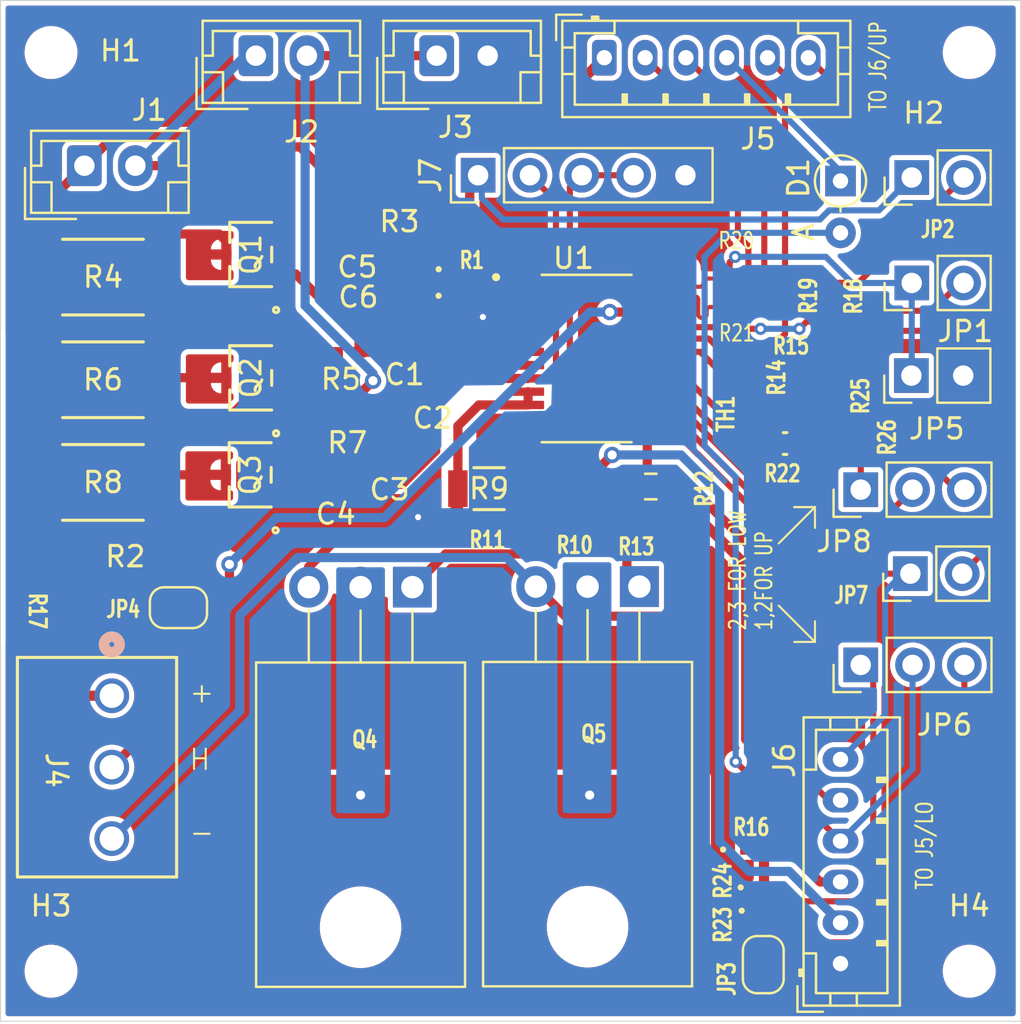
<source format=kicad_pcb>
(kicad_pcb (version 20240108) (generator "pcbnew") (generator_version "8.0")
  (layers (0 "F.Cu" signal) (31 "B.Cu" signal) (34 "B.Paste" user) (35 "F.Paste" user) (36 "B.SilkS" user "B.Silkscreen") (37 "F.SilkS" user "F.Silkscreen") (38 "B.Mask" user) (39 "F.Mask" user) (44 "Edge.Cuts" user))
  (net 0 "")
  (net 1 "Net-(U1-VC3)")
  (net 2 "Net-(Q1-G)")
  (net 3 "Net-(Q2-G)")
  (net 4 "GND")
  (net 5 "Net-(Q3-G)")
  (net 6 "Net-(U1-AVDD)")
  (net 7 "/LDL")
  (net 8 "Net-(D1-A)")
  (net 9 "Net-(J1-Pin_2)")
  (net 10 "Net-(J2-Pin_2)")
  (net 11 "/CBO")
  (net 12 "/CHGU")
  (net 13 "/DSGU")
  (net 14 "/ULD")
  (net 15 "/LPWR")
  (net 16 "/VBAT")
  (net 17 "/CTRD2")
  (net 18 "/CTRC2")
  (net 19 "Net-(JP2-B)")
  (net 20 "Net-(JP6-B)")
  (net 21 "/CBI")
  (net 22 "Net-(JP7-B)")
  (net 23 "Net-(J4-Pin_2)")
  (net 24 "/PRES2")
  (net 25 "Net-(Q1-D)")
  (net 26 "Net-(Q2-D)")
  (net 27 "Net-(Q3-D)")
  (net 28 "Net-(U1-VTB)")
  (net 29 "Net-(U1-CBO)")
  (net 30 "Net-(J5-Pad2)")
  (net 31 "Net-(J5-Pad5)")
  (net 32 "Net-(JP8-A)")
  (net 33 "/OCDP")
  (net 34 "Net-(JP8-B)")
  (net 35 "pack+")
  (net 36 "pack-")
  (net 37 "Net-(Q4-G)")
  (net 38 "Net-(Q4-D)")
  (net 39 "Net-(J5-Pad3)")
  (net 40 "/SNSSIG")
  (net 41 "/TMP")
  (net 42 "Net-(JP4-A)")
  (net 43 "Net-(JP6-A)")
  (net 44 "Net-(Q5-G)")
  (footprint "cinenew:CAP_CL05_SAM" (layer "F.Cu") (at 143.9478 99.6782 -90)
    (property "Reference" "C4")
    (property "Value" "0.1µF")
  )
  (footprint "Connector_PinHeader_2.54mm:PinHeader_1x02_P2.54mm_Vertical" (layer "F.Cu") (at 172.1274 85.2002 90)
    (property "Reference" "JP2")
    (property "Value" "Jumper_2_Open")
  )
  (footprint "rocdlo:RC0603N_YAG" (layer "F.Cu") (at 165.9188 98.2304)
    (property "Reference" "R22")
    (property "Value" "Rocdlo")
  )
  (footprint "Connector_PinHeader_2.54mm:PinHeader_1x05_P2.54mm_Vertical" (layer "F.Cu") (at 150.876 85.09 90)
    (property "Reference" "J7")
    (property "Value" "Conn_01x05_Pin")
  )
  (footprint "Connector_JST:JST_PH_B6B-PH-K_1x06_P2.00mm_Vertical" (layer "F.Cu") (at 157.0618 79.3328)
    (property "Reference" "J5")
    (property "Value" "Conn_01x06")
  )
  (footprint "Connector_JST:JST_EH_B2B-EH-A_1x02_P2.50mm_Vertical" (layer "F.Cu") (at 139.9854 79.2328)
    (property "Reference" "J2")
    (property "Value" "Conn_01x02")
  )
  (footprint "rchgnew:RES_ERJP06J102V" (layer "F.Cu") (at 159.3402 100.3386 180)
    (property "Reference" "R12")
    (property "Value" "RCHG")
  )
  (footprint "rinervdd:RC0402N_YAG" (layer "F.Cu") (at 135.769 103.7422)
    (property "Reference" "R2")
    (property "Value" "RINE")
  )
  (footprint "Connector_JST:JST_EH_B2B-EH-A_1x02_P2.50mm_Vertical" (layer "F.Cu") (at 148.8446 79.2328)
    (property "Reference" "J3")
    (property "Value" "Conn_01x02")
  )
  (footprint "rcbneww:RES_RMCF2512_STP" (layer "F.Cu") (at 132.4924 95.107315)
    (property "Reference" "R6")
    (property "Value" "RCB")
  )
  (footprint "external fet:SOT-23F_TOS" (layer "F.Cu") (at 139.706 99.764601 90)
    (property "Reference" "Q3")
    (property "Value" "SSM3K344R")
  )
  (footprint "rcb10k:RC0402N_YAG" (layer "F.Cu") (at 168.656 93.472)
    (property "Reference" "R15")
    (property "Value" "rcb 10k")
  )
  (footprint "ctrdctrcnew:RESC1005X40N" (layer "F.Cu") (at 163.6382 90.1492)
    (property "Reference" "R20")
    (property "Value" "RCTRD")
  )
  (footprint "MountingHole:MountingHole_2.1mm" (layer "F.Cu") (at 174.9464 79.079)
    (property "Reference" "H2")
    (property "Value" "MountingHole")
  )
  (footprint "cinenew:CAP_CL05_SAM" (layer "F.Cu") (at 147.1482 96.8842 -90)
    (property "Reference" "C2")
    (property "Value" "0.1µF")
  )
  (footprint "rdsgnew:RC0805N_PAN" (layer "F.Cu") (at 155.531 100.8734 90)
    (property "Reference" "R10")
    (property "Value" "RDSG")
  )
  (footprint "Package_TO_SOT_THT:TO-220-3_Horizontal_TabDown" (layer "F.Cu") (at 158.7814 105.2408 180)
    (property "Reference" "Q5")
    (property "Value" "IRF740")
  )
  (footprint "MountingHole:MountingHole_2.1mm" (layer "F.Cu") (at 129.9464 79.079)
    (property "Reference" "H1")
    (property "Value" "MountingHole")
  )
  (footprint "cinenew:CAP_CL05_SAM" (layer "F.Cu") (at 147.1482 93.2012 -90)
    (property "Reference" "C1")
    (property "Value" "0.1µF")
  )
  (footprint "rld,r2:RES_CRGCQ0402J10M_TEC-L" (layer "F.Cu") (at 165.2838 119.9728)
    (property "Reference" "R24")
    (property "Value" "R2")
  )
  (footprint "Connector_PinHeader_2.54mm:PinHeader_1x03_P2.54mm_Vertical" (layer "F.Cu") (at 169.6274 109.0762 90)
    (property "Reference" "JP6")
    (property "Value" "Jumper_3_Open")
  )
  (footprint "rtspu,rhib:RC0402N_YAG" (layer "F.Cu") (at 165.9188 90.966 90)
    (property "Reference" "R19")
    (property "Value" "RHIB")
  )
  (footprint "cvdd35v:CAP_1005_TDK" (layer "F.Cu") (at 147.2274 89.6922 180)
    (property "Reference" "C5")
    (property "Value" "1µF")
  )
  (footprint "rinervdd:RC0402N_YAG" (layer "F.Cu") (at 149.3594 89.5182 -90)
    (property "Reference" "R1")
    (property "Value" "RVDD")
  )
  (footprint "MountingHole:MountingHole_2.1mm" (layer "F.Cu") (at 174.9464 124.079)
    (property "Reference" "H4")
    (property "Value" "MountingHole")
  )
  (footprint "rinervdd:RC0402N_YAG" (layer "F.Cu") (at 144.4812 93.76)
    (property "Reference" "R5")
    (property "Value" "RINE")
  )
  (footprint "rld,r2:RES_CRGCQ0402J10M_TEC-L" (layer "F.Cu") (at 165.3346 121.1158)
    (property "Reference" "R23")
    (property "Value" "RLD")
  )
  (footprint "rld,r2:RES_CRGCQ0402J10M_TEC-L" (layer "F.Cu") (at 164.4202 118.1186)
    (property "Reference" "R16")
    (property "Value" "RLD")
  )
  (footprint "rocd:RESC1005X35N" (layer "F.Cu") (at 169.1954 97.9256 180)
    (property "Reference" "R26")
    (property "Value" "ROCD")
  )
  (footprint "cvdd35v:CAP_1005_TDK" (layer "F.Cu") (at 147.2244 90.9914 180)
    (property "Reference" "C6")
    (property "Value" "1µF")
  )
  (footprint "screw terminal01x03:Screw_Terminal_01x03" (layer "F.Cu") (at 132.9242 110.585199 -90)
    (property "Reference" "J4")
    (property "Value" "Screw_Terminal_01x03")
  )
  (footprint "rinervdd:RC0402N_YAG" (layer "F.Cu") (at 144.4662 96.6922 180)
    (property "Reference" "R7")
    (property "Value" "RINE")
  )
  (footprint "Jumper:SolderJumper-2_P1.3mm_Open_RoundedPad1.0x1.5mm" (layer "F.Cu") (at 136.1904 106.2718)
    (property "Reference" "JP4")
    (property "Value" "SolderJumper_2_Open")
  )
  (footprint "rcb10k:RC0402N_YAG" (layer "F.Cu") (at 168.281 95.6056 90)
    (property "Reference" "R25")
    (property "Value" "rcb 10k")
  )
  (footprint "rtspu,rhib:RC0402N_YAG" (layer "F.Cu") (at 131.1612 106.2314)
    (property "Reference" "R17")
    (property "Value" "RHIB")
  )
  (footprint "Connector_PinHeader_2.54mm:PinHeader_1x02_P2.54mm_Vertical" (layer "F.Cu") (at 172.1274 90.36655 90)
    (property "Reference" "JP1")
    (property "Value" "Jumper_2_Open")
  )
  (footprint "Connector_PinHeader_2.54mm:PinHeader_1x03_P2.54mm_Vertical" (layer "F.Cu") (at 169.6274 100.491 90)
    (property "Reference" "JP8")
    (property "Value" "Jumper_3_Open")
  )
  (footprint "rinervdd:RC0402N_YAG" (layer "F.Cu") (at 144.8162 87.2422 180)
    (property "Reference" "R3")
    (property "Value" "RINE")
  )
  (footprint "Connector_JST:JST_PH_B6B-PH-K_1x06_P2.00mm_Vertical" (layer "F.Cu") (at 168.6366 123.7056 90)
    (property "Reference" "J6")
    (property "Value" "Conn_01x06")
  )
  (footprint "rgsnew:RESC1005X40N" (layer "F.Cu") (at 158.6036 101.9896)
    (property "Reference" "R13")
    (property "Value" "RGS")
  )
  (footprint "rcbneww:RES_RMCF2512_STP" (layer "F.Cu") (at 132.4924 90.079231)
    (property "Reference" "R4")
    (property "Value" "RCB")
  )
  (footprint "Diode_THT:D_DO-34_SOD68_P2.54mm_Vertical_AnodeUp" (layer "F.Cu") (at 168.6366 85.37093 -90)
    (property "Reference" "D1")
    (property "Value" "1N4007")
  )
  (footprint "rgsnew:RESC1005X40N" (layer "F.Cu") (at 153.3966 102.8278 180)
    (property "Reference" "R11")
    (property "Value" "RGS")
  )
  (footprint "rsns:RES_1632_SUS" (layer "F.Cu") (at 151.4136 100.4416)
    (property "Reference" "R9")
    (property "Value" "Rsns")
  )
  (footprint "cinenew:CAP_CL05_SAM" (layer "F.Cu") (at 146.5894 99.0432 180)
    (property "Reference" "C3")
    (property "Value" "0.1µF")
  )
  (footprint "Connector_PinHeader_2.54mm:PinHeader_1x02_P2.54mm_Vertical" (layer "F.Cu") (at 172.0606 104.6058 90)
    (property "Reference" "JP7")
    (property "Value" "Jumper_2_Open")
  )
  (footprint "Package_TO_SOT_THT:TO-220-3_Horizontal_TabDown" (layer "F.Cu") (at 147.6562 105.2662 180)
    (property "Reference" "Q4")
    (property "Value" "IRF740")
  )
  (footprint "external fet:SOT-23F_TOS" (layer "F.Cu") (at 139.7314 88.9721 90)
    (property "Reference" "Q1")
    (property "Value" "SSM3K344R")
  )
  (footprint "rtspu,rhib:RC0402N_YAG" (layer "F.Cu") (at 163.576 94.996)
    (property "Reference" "R14")
    (property "Value" "RTS_PU")
  )
  (footprint "MountingHole:MountingHole_2.1mm" (layer "F.Cu") (at 129.9464 124.079)
    (property "Reference" "H3")
    (property "Value" "MountingHole")
  )
  (footprint "rcbneww:RES_RMCF2512_STP" (layer "F.Cu") (at 132.4924 100.1354)
    (property "Reference" "R8")
    (property "Value" "RCB")
  )
  (footprint "BQ7791502PWnew:SOP65P640X120-24N" (layer "F.Cu") (at 156.1962 94.0672)
    (property "Reference" "U1")
    (property "Value" "BQ77915")
  )
  (footprint "ctrdctrcnew:RESC1005X40N" (layer "F.Cu") (at 163.6382 91.5462)
    (property "Reference" "R21")
    (property "Value" "RCTRC")
  )
  (footprint "Connector_JST:JST_EH_B2B-EH-A_1x02_P2.50mm_Vertical" (layer "F.Cu") (at 131.5804 84.6208)
    (property "Reference" "J1")
    (property "Value" "Conn_01x02")
  )
  (footprint "thermistornew:THERM_NTCG103JF103FT1" (layer "F.Cu") (at 164.5412 96.774)
    (property "Reference" "TH1")
    (property "Value" "Thermistor")
  )
  (footprint "external fet:SOT-23F_TOS" (layer "F.Cu") (at 139.7314 95.014801 90)
    (property "Reference" "Q2")
    (property "Value" "SSM3K344R")
  )
  (footprint "rtspu,rhib:RC0402N_YAG" (layer "F.Cu") (at 168.0524 90.9152 -90)
    (property "Reference" "R18")
    (property "Value" "RHIB")
  )
  (footprint "Connector_PinHeader_2.54mm:PinHeader_1x02_P2.54mm_Vertical" (layer "F.Cu") (at 172.1114 94.903 90)
    (property "Reference" "JP5")
    (property "Value" "Jumper_2_Open")
  )
  (footprint "Jumper:SolderJumper-2_P1.3mm_Open_RoundedPad1.0x1.5mm" (layer "F.Cu") (at 164.852 123.7574 90)
    (property "Reference" "JP3")
    (property "Value" "SolderJumper_2_Open" (hide yes))
  )
  (gr_line (start 165.608 106.172) (end 167.386 107.95) (stroke (width 0.1)) (layer "F.SilkS"))
  (gr_line (start 166.37 101.346) (end 167.386 101.346) (stroke (width 0.1)) (layer "F.SilkS"))
  (gr_line (start 167.386 101.346) (end 166.37 101.346) (stroke (width 0.1)) (layer "F.SilkS"))
  (gr_line (start 167.386 107.95) (end 167.386 106.934) (stroke (width 0.1)) (layer "F.SilkS"))
  (gr_line (start 167.386 102.362) (end 167.386 101.346) (stroke (width 0.1)) (layer "F.SilkS"))
  (gr_line (start 165.608 103.124) (end 167.386 101.346) (stroke (width 0.1)) (layer "F.SilkS"))
  (gr_line (start 166.37 107.95) (end 167.386 107.95) (stroke (width 0.1)) (layer "F.SilkS"))
  (gr_rect (start 127.4698 76.5302) (end 177.4698 126.5302) (stroke (width 0.05)) (fill none) (layer "Edge.Cuts"))
  (gr_text "TO J6/UP\n" (at 170.942 82.042 90) (layer "F.SilkS") (effects (font (size 0.8 0.6) (thickness 0.1)) (justify left bottom)))
  (gr_text "2,3 FOR LOW\n1,2FOR UP\n" (at 165.354 107.442 90) (layer "F.SilkS") (effects (font (size 0.8 0.6) (thickness 0.1)) (justify left bottom)))
  (gr_text "+" (at 136.652 110.998 0) (layer "F.SilkS") (effects (font (size 1 1) (thickness 0.1)) (justify left bottom)))
  (gr_text "H\n" (at 136.652 114.3 0) (layer "F.SilkS") (effects (font (size 1 1) (thickness 0.1)) (justify left bottom)))
  (gr_text "TO J5/LO\n" (at 173.228 120.142 90) (layer "F.SilkS") (effects (font (size 0.8 0.6) (thickness 0.1)) (justify left bottom)))
  (gr_text "-" (at 136.652 117.856 0) (layer "F.SilkS") (effects (font (size 1 1) (thickness 0.1)) (justify left bottom)))
  (segment (start 144.2526 91.3216) (end 144.2526 90.077) (width 0.45) (layer "F.Cu") (net 1))
  (segment (start 144.2574 90.0722) (end 144.2574 87.2422) (width 0.45) (layer "F.Cu") (net 1))
  (segment (start 144.2526 90.077) (end 144.2574 90.0722) (width 0.45) (layer "F.Cu") (net 1))
  (segment (start 149.5792 93.0922) (end 153.3262 93.0922) (width 0.45) (layer "F.Cu") (net 1))
  (segment (start 147.1482 92.6484) (end 149.1354 92.6484) (width 0.45) (layer "F.Cu") (net 1))
  (segment (start 153.3262 91.7922) (end 153.3262 93.0922) (width 0.45) (layer "F.Cu") (net 1))
  (segment (start 147.1482 92.6484) (end 145.5794 92.6484) (width 0.45) (layer "F.Cu") (net 1))
  (segment (start 149.1354 92.6484) (end 149.5792 93.0922) (width 0.45) (layer "F.Cu") (net 1))
  (segment (start 145.5794 92.6484) (end 144.2526 91.3216) (width 0.45) (layer "F.Cu") (net 1))
  (segment (start 141.933862 89.922101) (end 140.9252 89.922101) (width 0.45) (layer "F.Cu") (net 2))
  (segment (start 145.04 93.76) (end 147.1422 93.76) (width 0.45) (layer "F.Cu") (net 2))
  (segment (start 145.04 93.028239) (end 141.933862 89.922101) (width 0.45) (layer "F.Cu") (net 2))
  (segment (start 145.04 93.76) (end 145.04 93.028239) (width 0.45) (layer "F.Cu") (net 2))
  (segment (start 147.16 93.7422) (end 153.3262 93.7422) (width 0.45) (layer "F.Cu") (net 2))
  (segment (start 147.1482 93.754) (end 147.1482 96.3314) (width 0.45) (layer "F.Cu") (net 2))
  (segment (start 147.1482 93.754) (end 147.16 93.7422) (width 0.45) (layer "F.Cu") (net 2))
  (segment (start 147.1422 93.76) (end 147.1482 93.754) (width 0.45) (layer "F.Cu") (net 2))
  (segment (start 148.088 95.8936) (end 148.088 97.0112) (width 0.45) (layer "F.Cu") (net 3))
  (segment (start 149.5894 94.3922) (end 148.088 95.8936) (width 0.45) (layer "F.Cu") (net 3))
  (segment (start 142.2572 96.6922) (end 143.9074 96.6922) (width 0.5) (layer "F.Cu") (net 3))
  (segment (start 140.9252 95.964802) (end 141.529802 95.964802) (width 0.5) (layer "F.Cu") (net 3))
  (segment (start 147.1482 99.0372) (end 147.1422 99.0432) (width 0.5) (layer "F.Cu") (net 3))
  (segment (start 143.9074 96.6922) (end 143.9074 97.0834) (width 0.5) (layer "F.Cu") (net 3))
  (segment (start 147.6622 97.437) (end 147.1482 97.437) (width 0.45) (layer "F.Cu") (net 3))
  (segment (start 153.3262 94.3922) (end 149.5894 94.3922) (width 0.45) (layer "F.Cu") (net 3))
  (segment (start 144.261 97.437) (end 147.1482 97.437) (width 0.5) (layer "F.Cu") (net 3))
  (segment (start 141.529802 95.964802) (end 142.2572 96.6922) (width 0.5) (layer "F.Cu") (net 3))
  (segment (start 143.9074 97.0834) (end 144.261 97.437) (width 0.5) (layer "F.Cu") (net 3))
  (segment (start 148.088 97.0112) (end 147.6622 97.437) (width 0.45) (layer "F.Cu") (net 3))
  (segment (start 147.1482 97.437) (end 147.1482 99.0372) (width 0.5) (layer "F.Cu") (net 3))
  (segment (start 149.887 101.359) (end 149.887 100.8974) (width 0.5) (layer "F.Cu") (net 4))
  (segment (start 149.887 100.4416) (end 149.887 97.3714) (width 0.45) (layer "F.Cu") (net 4))
  (segment (start 153.3262 95.6922) (end 153.3262 96.3422) (width 0.45) (layer "F.Cu") (net 4))
  (segment (start 147.9356 101.8372) (end 149.4088 101.8372) (width 0.5) (layer "F.Cu") (net 4))
  (segment (start 150.9162 96.3422) (end 153.3262 96.3422) (width 0.45) (layer "F.Cu") (net 4))
  (segment (start 149.4088 101.8372) (end 149.887 101.359) (width 0.5) (layer "F.Cu") (net 4))
  (segment (start 149.887 97.3714) (end 150.9162 96.3422) (width 0.45) (layer "F.Cu") (net 4))
  (via (at 147.9356 101.8372) (size 0.8) (drill 0.3) (layers "F.Cu" "B.Cu") (net 4))
  (via (at 151.1106 92.0328) (size 0.6) (drill 0.3) (layers "F.Cu" "B.Cu") (net 4))
  (segment (start 148.7992 98.586) (end 147.1542 100.231) (width 0.45) (layer "F.Cu") (net 5))
  (segment (start 137.6486 103.7422) (end 136.3278 103.7422) (width 0.5) (layer "F.Cu") (net 5))
  (segment (start 141.8964 100.231) (end 141.412798 100.714602) (width 0.5) (layer "F.Cu") (net 5))
  (segment (start 143.9478 100.231) (end 141.8964 100.231) (width 0.5) (layer "F.Cu") (net 5))
  (segment (start 150.0316 95.0422) (end 148.7992 96.2746) (width 0.45) (layer "F.Cu") (net 5))
  (segment (start 140.8998 100.714602) (end 140.676198 100.714602) (width 0.5) (layer "F.Cu") (net 5))
  (segment (start 153.3262 95.0422) (end 150.0316 95.0422) (width 0.45) (layer "F.Cu") (net 5))
  (segment (start 147.1542 100.231) (end 143.9478 100.231) (width 0.45) (layer "F.Cu") (net 5))
  (segment (start 140.676198 100.714602) (end 137.6486 103.7422) (width 0.5) (layer "F.Cu") (net 5))
  (segment (start 148.7992 96.2746) (end 148.7992 98.586) (width 0.45) (layer "F.Cu") (net 5))
  (segment (start 141.412798 100.714602) (end 140.8998 100.714602) (width 0.5) (layer "F.Cu") (net 5))
  (segment (start 148.6706 91.1422) (end 153.3262 91.1422) (width 0.45) (layer "F.Cu") (net 6))
  (segment (start 147.8721 90.9914) (end 148.5198 90.9914) (width 0.45) (layer "F.Cu") (net 6))
  (segment (start 148.5198 90.9914) (end 148.6706 91.1422) (width 0.45) (layer "F.Cu") (net 6))
  (segment (start 168.6366 85.37093) (end 168.6366 84.9076) (width 0.3) (layer "B.Cu") (net 7))
  (segment (start 168.6366 84.9076) (end 163.0618 79.3328) (width 0.3) (layer "B.Cu") (net 7))
  (segment (start 163.9062 118.053) (end 163.9718 118.1186) (width 0.3) (layer "F.Cu") (net 8))
  (segment (start 163.9062 114.2238) (end 163.9062 118.053) (width 0.3) (layer "F.Cu") (net 8))
  (segment (start 163.4998 113.8174) (end 163.9062 114.2238) (width 0.3) (layer "F.Cu") (net 8))
  (via (at 163.4998 113.8174) (size 0.6) (drill 0.3) (layers "F.Cu" "B.Cu") (net 8))
  (segment (start 161.9758 89.0778) (end 163.14267 87.91093) (width 0.3) (layer "B.Cu") (net 8))
  (segment (start 163.14267 87.91093) (end 168.6366 87.91093) (width 0.3) (layer "B.Cu") (net 8))
  (segment (start 163.4998 99.8728) (end 161.9758 98.3488) (width 0.3) (layer "B.Cu") (net 8))
  (segment (start 161.9758 98.3488) (end 161.9758 89.0778) (width 0.3) (layer "B.Cu") (net 8))
  (segment (start 163.4998 113.8174) (end 163.4998 99.8728) (width 0.3) (layer "B.Cu") (net 8))
  (segment (start 142.4492 92.871) (end 143.3382 93.76) (width 0.45) (layer "F.Cu") (net 9))
  (segment (start 129.546 95.107315) (end 129.546 93.788561) (width 0.5) (layer "F.Cu") (net 9))
  (segment (start 139.706 88.3498) (end 140.033701 88.022099) (width 0.5) (layer "F.Cu") (net 9))
  (segment (start 143.3382 93.76) (end 143.9224 93.76) (width 0.45) (layer "F.Cu") (net 9))
  (segment (start 140.033701 88.022099) (end 140.9252 88.022099) (width 0.5) (layer "F.Cu") (net 9))
  (segment (start 139.2536 84.6208) (end 140.9252 86.2924) (width 0.45) (layer "F.Cu") (net 9))
  (segment (start 138.5884 92.871) (end 142.4492 92.871) (width 0.45) (layer "F.Cu") (net 9))
  (segment (start 130.463561 92.871) (end 138.5884 92.871) (width 0.5) (layer "F.Cu") (net 9))
  (segment (start 139.706 91.7534) (end 139.706 88.3498) (width 0.5) (layer "F.Cu") (net 9))
  (segment (start 140.9252 86.2924) (end 140.9252 88.022099) (width 0.45) (layer "F.Cu") (net 9))
  (segment (start 138.5884 92.871) (end 139.706 91.7534) (width 0.5) (layer "F.Cu") (net 9))
  (segment (start 134.0804 84.6208) (end 139.2536 84.6208) (width 0.45) (layer "F.Cu") (net 9))
  (segment (start 134.0804 84.6208) (end 134.7228 84.6208) (width 0.45) (layer "F.Cu") (net 9))
  (segment (start 129.546 93.788561) (end 130.463561 92.871) (width 0.5) (layer "F.Cu") (net 9))
  (segment (start 139.9854 79.3582) (end 139.9854 79.2328) (width 0.45) (layer "F.Cu") (net 9))
  (segment (start 134.0804 84.6208) (end 139.4684 79.2328) (width 0.45) (layer "B.Cu") (net 9))
  (segment (start 139.4684 79.2328) (end 139.9854 79.2328) (width 0.45) (layer "B.Cu") (net 9))
  (segment (start 145.025 96.6922) (end 145.025 95.8578) (width 0.45) (layer "F.Cu") (net 10))
  (segment (start 137.8264 97.824) (end 130.538646 97.824) (width 0.5) (layer "F.Cu") (net 10))
  (segment (start 145.025 95.8578) (end 145.7258 95.157) (width 0.45) (layer "F.Cu") (net 10))
  (segment (start 129.546 98.816646) (end 129.546 100.1354) (width 0.5) (layer "F.Cu") (net 10))
  (segment (start 140.9252 94.0648) (end 140.087 94.0648) (width 0.5) (layer "F.Cu") (net 10))
  (segment (start 143.1662 95.3922) (end 141.8388 94.0648) (width 0.5) (layer "F.Cu") (net 10))
  (segment (start 145.025 96.6922) (end 145.025 96.001) (width 0.5) (layer "F.Cu") (net 10))
  (segment (start 139.6552 94.4966) (end 139.6552 95.9952) (width 0.5) (layer "F.Cu") (net 10))
  (segment (start 144.4162 95.3922) (end 143.1662 95.3922) (width 0.5) (layer "F.Cu") (net 10))
  (segment (start 139.6552 95.9952) (end 137.8264 97.824) (width 0.5) (layer "F.Cu") (net 10))
  (segment (start 148.8446 79.2328) (end 142.4854 79.2328) (width 0.45) (layer "F.Cu") (net 10))
  (segment (start 145.025 96.001) (end 144.4162 95.3922) (width 0.5) (layer "F.Cu") (net 10))
  (segment (start 141.8388 94.0648) (end 140.9252 94.0648) (width 0.5) (layer "F.Cu") (net 10))
  (segment (start 130.538646 97.824) (end 129.546 98.816646) (width 0.5) (layer "F.Cu") (net 10))
  (segment (start 140.087 94.0648) (end 139.6552 94.4966) (width 0.5) (layer "F.Cu") (net 10))
  (via (at 145.7258 95.157) (size 0.8) (drill 0.45) (layers "F.Cu" "B.Cu") (net 10))
  (segment (start 142.3984 79.3198) (end 142.3984 91.474) (width 0.45) (layer "B.Cu") (net 10))
  (segment (start 142.4854 79.2328) (end 142.3984 79.3198) (width 0.45) (layer "B.Cu") (net 10))
  (segment (start 142.3984 91.474) (end 145.7258 94.8014) (width 0.45) (layer "B.Cu") (net 10))
  (segment (start 145.7258 94.8014) (end 145.7258 95.157) (width 0.45) (layer "B.Cu") (net 10))
  (segment (start 167.0618 79.3328) (end 171.1004 83.3714) (width 0.3) (layer "F.Cu") (net 11))
  (segment (start 176.282 84.4636) (end 176.282 90.672) (width 0.3) (layer "F.Cu") (net 11))
  (segment (start 176.282 90.672) (end 174.244 92.71) (width 0.3) (layer "F.Cu") (net 11))
  (segment (start 175.1898 83.3714) (end 176.282 84.4636) (width 0.3) (layer "F.Cu") (net 11))
  (segment (start 169.926 93.472) (end 169.2148 93.472) (width 0.3) (layer "F.Cu") (net 11))
  (segment (start 170.688 92.71) (end 169.926 93.472) (width 0.3) (layer "F.Cu") (net 11))
  (segment (start 174.244 92.71) (end 170.688 92.71) (width 0.3) (layer "F.Cu") (net 11))
  (segment (start 171.1004 83.3714) (end 175.1898 83.3714) (width 0.3) (layer "F.Cu") (net 11))
  (segment (start 165.527 117.5998) (end 165.527 112.311762) (width 0.45) (layer "F.Cu") (net 12))
  (segment (start 159.0662 97.6422) (end 159.1652 97.7412) (width 0.45) (layer "F.Cu") (net 12))
  (segment (start 159.1652 99.399) (end 160.1048 100.3386) (width 0.45) (layer "F.Cu") (net 12))
  (segment (start 159.1652 97.7412) (end 159.1652 99.399) (width 0.45) (layer "F.Cu") (net 12))
  (segment (start 161.2706 100.3386) (end 160.5152 100.3386) (width 0.45) (layer "F.Cu") (net 12))
  (segment (start 164.8774 111.662162) (end 164.8774 103.9454) (width 0.45) (layer "F.Cu") (net 12))
  (segment (start 167.6328 119.7056) (end 165.527 117.5998) (width 0.45) (layer "F.Cu") (net 12))
  (segment (start 160.1048 100.3386) (end 160.5152 100.3386) (width 0.45) (layer "F.Cu") (net 12))
  (segment (start 164.8774 103.9454) (end 161.2706 100.3386) (width 0.45) (layer "F.Cu") (net 12))
  (segment (start 165.527 112.311762) (end 164.8774 111.662162) (width 0.45) (layer "F.Cu") (net 12))
  (segment (start 168.6366 119.7056) (end 167.6328 119.7056) (width 0.45) (layer "F.Cu") (net 12))
  (segment (start 154.6662 97.6422) (end 155.531 98.507) (width 0.45) (layer "F.Cu") (net 13))
  (segment (start 157.446 98.7892) (end 156.214599 100.020601) (width 0.45) (layer "F.Cu") (net 13))
  (segment (start 156.214599 100.020601) (end 155.531 100.020601) (width 0.45) (layer "F.Cu") (net 13))
  (segment (start 155.531 98.507) (end 155.531 100.020601) (width 0.45) (layer "F.Cu") (net 13))
  (segment (start 153.3262 97.6422) (end 154.6662 97.6422) (width 0.45) (layer "F.Cu") (net 13))
  (via (at 157.446 98.7892) (size 0.8) (drill 0.45) (layers "F.Cu" "B.Cu") (net 13))
  (segment (start 164.1744 119.191) (end 166.122 119.191) (width 0.45) (layer "B.Cu") (net 13))
  (segment (start 162.7124 117.729) (end 164.1744 119.191) (width 0.45) (layer "B.Cu") (net 13))
  (segment (start 157.446 98.7892) (end 160.816 98.7892) (width 0.45) (layer "B.Cu") (net 13))
  (segment (start 169.0176 121.6238) (end 169.0176 121.7188) (width 0.45) (layer "B.Cu") (net 13))
  (segment (start 162.7124 100.6856) (end 162.7124 117.729) (width 0.45) (layer "B.Cu") (net 13))
  (segment (start 160.816 98.7892) (end 162.7124 100.6856) (width 0.45) (layer "B.Cu") (net 13))
  (segment (start 166.122 119.191) (end 168.6366 121.7056) (width 0.45) (layer "B.Cu") (net 13))
  (segment (start 166.505283 111.683978) (end 166.3506 111.838661) (width 0.3) (layer "F.Cu") (net 14))
  (segment (start 166.3506 115.4196) (end 168.6366 117.7056) (width 0.3) (layer "F.Cu") (net 14))
  (segment (start 166.2236 110.780973) (end 166.505283 111.062656) (width 0.3) (layer "F.Cu") (net 14))
  (segment (start 159.872574 96.9922) (end 161.627524 98.74715) (width 0.3) (layer "F.Cu") (net 14))
  (segment (start 161.643138 98.74715) (end 166.2236 103.327612) (width 0.3) (layer "F.Cu") (net 14))
  (segment (start 166.2236 103.327612) (end 166.2236 110.780973) (width 0.3) (layer "F.Cu") (net 14))
  (segment (start 166.3506 111.838661) (end 166.3506 115.4196) (width 0.3) (layer "F.Cu") (net 14))
  (segment (start 166.505283 111.062656) (end 166.505283 111.683978) (width 0.3) (layer "F.Cu") (net 14))
  (segment (start 161.627524 98.74715) (end 161.643138 98.74715) (width 0.3) (layer "F.Cu") (net 14))
  (segment (start 159.0662 96.9922) (end 159.872574 96.9922) (width 0.3) (layer "F.Cu") (net 14))
  (segment (start 172.1674 114.1748) (end 168.6366 117.7056) (width 0.3) (layer "B.Cu") (net 14))
  (segment (start 172.1674 109.0762) (end 172.1674 114.1748) (width 0.3) (layer "B.Cu") (net 14))
  (segment (start 168.0524 115.7056) (end 166.9856 114.6388) (width 0.3) (layer "F.Cu") (net 15))
  (segment (start 166.9856 111.910768) (end 167.005283 111.891085) (width 0.3) (layer "F.Cu") (net 15))
  (segment (start 168.6366 115.7056) (end 168.0524 115.7056) (width 0.3) (layer "F.Cu") (net 15))
  (segment (start 166.9856 114.6388) (end 166.9856 111.910768) (width 0.3) (layer "F.Cu") (net 15))
  (segment (start 159.945294 96.3422) (end 159.0662 96.3422) (width 0.3) (layer "F.Cu") (net 15))
  (segment (start 167.005283 103.402189) (end 159.945294 96.3422) (width 0.3) (layer "F.Cu") (net 15))
  (segment (start 167.005283 111.891085) (end 167.005283 103.402189) (width 0.3) (layer "F.Cu") (net 15))
  (segment (start 150.0634 90.077) (end 149.3594 90.077) (width 0.45) (layer "F.Cu") (net 16))
  (segment (start 147.8751 89.6922) (end 148.3274 89.6922) (width 0.5) (layer "F.Cu") (net 16))
  (segment (start 150.467134 85.498866) (end 150.467134 89.673266) (width 0.45) (layer "F.Cu") (net 16))
  (segment (start 150.876 85.09) (end 150.467134 85.498866) (width 0.45) (layer "F.Cu") (net 16))
  (segment (start 149.3594 90.077) (end 149.9422 90.077) (width 0.45) (layer "F.Cu") (net 16))
  (segment (start 150.3574 90.4922) (end 153.3262 90.4922) (width 0.45) (layer "F.Cu") (net 16))
  (segment (start 149.9422 90.077) (end 150.3574 90.4922) (width 0.45) (layer "F.Cu") (net 16))
  (segment (start 148.7122 90.077) (end 149.3594 90.077) (width 0.5) (layer "F.Cu") (net 16))
  (segment (start 150.467134 89.673266) (end 150.0634 90.077) (width 0.45) (layer "F.Cu") (net 16))
  (segment (start 148.3274 89.6922) (end 148.7122 90.077) (width 0.5) (layer "F.Cu") (net 16))
  (segment (start 170.51667 86.81093) (end 172.1274 85.2002) (width 0.3) (layer "B.Cu") (net 16))
  (segment (start 151.0598 86.2136) (end 152.1038 87.2576) (width 0.3) (layer "B.Cu") (net 16))
  (segment (start 167.628229 87.2576) (end 168.074899 86.81093) (width 0.3) (layer "B.Cu") (net 16))
  (segment (start 168.074899 86.81093) (end 170.51667 86.81093) (width 0.3) (layer "B.Cu") (net 16))
  (segment (start 152.1038 87.2576) (end 167.628229 87.2576) (width 0.3) (layer "B.Cu") (net 16))
  (segment (start 151.0598 84.9462) (end 151.0598 86.2136) (width 0.3) (layer "B.Cu") (net 16))
  (segment (start 161.9186 90.36105) (end 161.9186 90.3412) (width 0.2) (layer "F.Cu") (net 17))
  (segment (start 163.2032 89.3564) (end 163.2032 90.1492) (width 0.3) (layer "F.Cu") (net 17))
  (segment (start 163.201 90.147) (end 163.2032 90.1492) (width 0.3) (layer "F.Cu") (net 17))
  (segment (start 160.9586 89.9572) (end 160.9586 89.637357) (width 0.2) (layer "F.Cu") (net 17))
  (segment (start 161.1506 89.445357) (end 161.2466 89.445357) (width 0.2) (layer "F.Cu") (net 17))
  (segment (start 162.5406 90.1492) (end 163.2032 90.1492) (width 0.2) (layer "F.Cu") (net 17))
  (segment (start 160.4236 90.4922) (end 160.7011 90.2147) (width 0.2) (layer "F.Cu") (net 17))
  (segment (start 159.0662 90.4922) (end 160.4236 90.4922) (width 0.2) (layer "F.Cu") (net 17))
  (segment (start 161.4386 89.637357) (end 161.4386 89.9572) (width 0.2) (layer "F.Cu") (net 17))
  (segment (start 162.1106 90.1492) (end 162.2066 90.1492) (width 0.2) (layer "F.Cu") (net 17))
  (segment (start 160.7011 90.2147) (end 160.7666 90.1492) (width 0.2) (layer "F.Cu") (net 17))
  (segment (start 161.6306 90.55305) (end 161.7266 90.55305) (width 0.2) (layer "F.Cu") (net 17))
  (segment (start 161.4386 89.9572) (end 161.4386 90.36105) (width 0.2) (layer "F.Cu") (net 17))
  (segment (start 162.2066 90.1492) (end 162.5406 90.1492) (width 0.2) (layer "F.Cu") (net 17))
  (segment (start 163.4732 89.0864) (end 163.2032 89.3564) (width 0.3) (layer "F.Cu") (net 17))
  (via (at 163.4732 89.0864) (size 0.6) (drill 0.3) (layers "F.Cu" "B.Cu") (net 17))
  (arc (start 161.9186 90.3412) (mid 161.974835 90.205435) (end 162.1106 90.1492) (width 0.2) (layer "F.Cu") (net 17))
  (arc (start 161.4386 90.36105) (mid 161.494835 90.496815) (end 161.6306 90.55305) (width 0.2) (layer "F.Cu") (net 17))
  (arc (start 160.7666 90.1492) (mid 160.902365 90.092965) (end 160.9586 89.9572) (width 0.2) (layer "F.Cu") (net 17))
  (arc (start 161.7266 90.55305) (mid 161.862365 90.496815) (end 161.9186 90.36105) (width 0.2) (layer "F.Cu") (net 17))
  (arc (start 160.9586 89.637357) (mid 161.014835 89.501592) (end 161.1506 89.445357) (width 0.2) (layer "F.Cu") (net 17))
  (arc (start 161.2466 89.445357) (mid 161.382365 89.501592) (end 161.4386 89.637357) (width 0.2) (layer "F.Cu") (net 17))
  (segment (start 169.200895 90.36655) (end 172.1274 90.36655) (width 0.3) (layer "B.Cu") (net 17))
  (segment (start 172.1274 90.36655) (end 172.1274 94.887) (width 0.3) (layer "B.Cu") (net 17))
  (segment (start 167.920745 89.0864) (end 169.200895 90.36655) (width 0.3) (layer "B.Cu") (net 17))
  (segment (start 163.4732 89.0864) (end 167.920745 89.0864) (width 0.3) (layer "B.Cu") (net 17))
  (segment (start 172.1274 94.887) (end 172.1114 94.903) (width 0.3) (layer "B.Cu") (net 17))
  (segment (start 162.0768 91.911699) (end 162.0768 91.7102) (width 0.2) (layer "F.Cu") (net 18))
  (segment (start 162.9978 91.5462) (end 163.2032 91.5462) (width 0.2) (layer "F.Cu") (net 18))
  (segment (start 161.6668 91.180701) (end 161.6668 91.3822) (width 0.2) (layer "F.Cu") (net 18))
  (segment (start 162.2408 91.5462) (end 162.3228 91.5462) (width 0.2) (layer "F.Cu") (net 18))
  (segment (start 163.1696 91.5798) (end 163.2032 91.5462) (width 0.3) (layer "F.Cu") (net 18))
  (segment (start 160.657 91.5462) (end 161.0928 91.5462) (width 0.2) (layer "F.Cu") (net 18))
  (segment (start 161.6668 91.3822) (end 161.6668 91.911699) (width 0.2) (layer "F.Cu") (net 18))
  (segment (start 163.528635 92.611835) (end 163.1696 92.2528) (width 0.3) (layer "F.Cu") (net 18))
  (segment (start 173.1324 91.728) (end 174.49385 90.36655) (width 0.3) (layer "F.Cu") (net 18))
  (segment (start 166.98387 92.2528) (end 169.037 92.2528) (width 0.3) (layer "F.Cu") (net 18))
  (segment (start 161.8308 92.075699) (end 161.9128 92.075699) (width 0.2) (layer "F.Cu") (net 18))
  (segment (start 163.1696 92.2528) (end 163.1696 91.5798) (width 0.3) (layer "F.Cu") (net 18))
  (segment (start 174.49385 90.36655) (end 174.6674 90.36655) (width 0.3) (layer "F.Cu") (net 18))
  (segment (start 162.3228 91.5462) (end 162.9978 91.5462) (width 0.2) (layer "F.Cu") (net 18))
  (segment (start 160.253 91.1422) (end 160.657 91.5462) (width 0.2) (layer "F.Cu") (net 18))
  (segment (start 164.719835 92.611835) (end 163.528635 92.611835) (width 0.3) (layer "F.Cu") (net 18))
  (segment (start 159.0662 91.1422) (end 160.253 91.1422) (width 0.2) (layer "F.Cu") (net 18))
  (segment (start 161.4208 91.016701) (end 161.5028 91.016701) (width 0.2) (layer "F.Cu") (net 18))
  (segment (start 161.2568 91.3822) (end 161.2568 91.180701) (width 0.2) (layer "F.Cu") (net 18))
  (segment (start 169.037 92.2528) (end 169.5618 91.728) (width 0.3) (layer "F.Cu") (net 18))
  (segment (start 169.5618 91.728) (end 173.1324 91.728) (width 0.3) (layer "F.Cu") (net 18))
  (segment (start 166.624835 92.611835) (end 166.98387 92.2528) (width 0.3) (layer "F.Cu") (net 18))
  (via (at 166.624835 92.611835) (size 0.6) (drill 0.3) (layers "F.Cu" "B.Cu") (net 18))
  (via (at 164.719835 92.611835) (size 0.6) (drill 0.3) (layers "F.Cu" "B.Cu") (net 18))
  (arc (start 161.5028 91.016701) (mid 161.618766 91.064735) (end 161.6668 91.180701) (width 0.2) (layer "F.Cu") (net 18))
  (arc (start 161.2568 91.180701) (mid 161.304834 91.064735) (end 161.4208 91.016701) (width 0.2) (layer "F.Cu") (net 18))
  (arc (start 161.6668 91.911699) (mid 161.714834 92.027665) (end 161.8308 92.075699) (width 0.2) (layer "F.Cu") (net 18))
  (arc (start 161.0928 91.5462) (mid 161.208766 91.498166) (end 161.2568 91.3822) (width 0.2) (layer "F.Cu") (net 18))
  (arc (start 162.0768 91.7102) (mid 162.124834 91.594234) (end 162.2408 91.5462) (width 0.2) (layer "F.Cu") (net 18))
  (arc (start 161.9128 92.075699) (mid 162.028766 92.027665) (end 162.0768 91.911699) (width 0.2) (layer "F.Cu") (net 18))
  (segment (start 166.624835 92.611835) (end 164.719835 92.611835) (width 0.3) (layer "B.Cu") (net 18))
  (segment (start 168.0524 90.3564) (end 169.5112 90.3564) (width 0.3) (layer "F.Cu") (net 19))
  (segment (start 169.5112 90.3564) (end 174.6674 85.2002) (width 0.3) (layer "F.Cu") (net 19))
  (segment (start 169.6998 122.6688) (end 174.7074 117.6612) (width 0.3) (layer "F.Cu") (net 20))
  (segment (start 165.783 121.1158) (end 167.336 122.6688) (width 0.3) (layer "F.Cu") (net 20))
  (segment (start 174.7074 117.6612) (end 174.7074 109.0762) (width 0.3) (layer "F.Cu") (net 20))
  (segment (start 167.336 122.6688) (end 169.6998 122.6688) (width 0.3) (layer "F.Cu") (net 20))
  (segment (start 168.9186 104.6058) (end 172.0606 104.6058) (width 0.3) (layer "F.Cu") (net 21))
  (segment (start 160.005 95.6922) (end 168.9186 104.6058) (width 0.3) (layer "F.Cu") (net 21))
  (segment (start 159.0662 95.6922) (end 160.005 95.6922) (width 0.3) (layer "F.Cu") (net 21))
  (segment (start 170.8274 105.4762) (end 170.8274 111.5148) (width 0.3) (layer "B.Cu") (net 21))
  (segment (start 170.8274 111.5148) (end 168.6366 113.7056) (width 0.3) (layer "B.Cu") (net 21))
  (segment (start 171.6978 104.6058) (end 170.8274 105.4762) (width 0.3) (layer "B.Cu") (net 21))
  (segment (start 172.0606 104.6058) (end 171.6978 104.6058) (width 0.3) (layer "B.Cu") (net 21))
  (segment (start 168.281 96.1644) (end 168.3064 96.139) (width 0.3) (layer "F.Cu") (net 22))
  (segment (start 168.3064 96.139) (end 169.3164 96.139) (width 0.3) (layer "F.Cu") (net 22))
  (segment (start 176.276 100.076) (end 176.276 102.9304) (width 0.3) (layer "F.Cu") (net 22))
  (segment (start 172.72 96.52) (end 176.276 100.076) (width 0.3) (layer "F.Cu") (net 22))
  (segment (start 176.276 102.9304) (end 174.6006 104.6058) (width 0.3) (layer "F.Cu") (net 22))
  (segment (start 169.6974 96.52) (end 172.72 96.52) (width 0.3) (layer "F.Cu") (net 22))
  (segment (start 169.3164 96.139) (end 169.6974 96.52) (width 0.3) (layer "F.Cu") (net 22))
  (segment (start 135.896 109.0762) (end 135.896 111.1134) (width 0.45) (layer "F.Cu") (net 23))
  (segment (start 134.3212 107.5014) (end 135.896 109.0762) (width 0.45) (layer "F.Cu") (net 23))
  (segment (start 130.8414 107.5014) (end 134.3212 107.5014) (width 0.45) (layer "F.Cu") (net 23))
  (segment (start 130.6024 106.2314) (end 130.6024 107.2624) (width 0.45) (layer "F.Cu") (net 23))
  (segment (start 130.6024 107.2624) (end 130.8414 107.5014) (width 0.45) (layer "F.Cu") (net 23))
  (segment (start 135.896 111.1134) (end 132.9242 114.0852) (width 0.45) (layer "F.Cu") (net 23))
  (segment (start 165.9188 91.5248) (end 168.0016 91.5248) (width 0.3) (layer "F.Cu") (net 24))
  (segment (start 138.69 105.7534) (end 138.1716 106.2718) (width 0.45) (layer "F.Cu") (net 24))
  (segment (start 165.4108 93.379) (end 165.9188 92.871) (width 0.3) (layer "F.Cu") (net 24))
  (segment (start 159.0662 91.7922) (end 160.266604 91.7922) (width 0.3) (layer "F.Cu") (net 24))
  (segment (start 168.0016 91.5248) (end 168.0524 91.474) (width 0.3) (layer "F.Cu") (net 24))
  (segment (start 138.69 104.1486) (end 138.69 105.7534) (width 0.45) (layer "F.Cu") (net 24))
  (segment (start 161.135 92.1258) (end 161.5414 92.5322) (width 0.3) (layer "F.Cu") (net 24))
  (segment (start 163.4042 93.379) (end 165.4108 93.379) (width 0.3) (layer "F.Cu") (net 24))
  (segment (start 161.5414 92.5322) (end 162.5574 92.5322) (width 0.3) (layer "F.Cu") (net 24))
  (segment (start 138.1716 106.2718) (end 136.8404 106.2718) (width 0.45) (layer "F.Cu") (net 24))
  (segment (start 162.5574 92.5322) (end 163.4042 93.379) (width 0.3) (layer "F.Cu") (net 24))
  (segment (start 157.3276 91.7922) (end 159.0662 91.7922) (width 0.45) (layer "F.Cu") (net 24))
  (segment (start 160.600204 92.1258) (end 161.135 92.1258) (width 0.3) (layer "F.Cu") (net 24))
  (segment (start 160.266604 91.7922) (end 160.600204 92.1258) (width 0.3) (layer "F.Cu") (net 24))
  (segment (start 165.9188 92.871) (end 165.9188 91.5248) (width 0.3) (layer "F.Cu") (net 24))
  (via (at 138.69 104.1486) (size 0.8) (drill 0.45) (layers "F.Cu" "B.Cu") (net 24))
  (via (at 157.3276 91.7922) (size 0.8) (drill 0.45) (layers "F.Cu" "B.Cu") (net 24))
  (segment (start 140.976 101.8626) (end 138.69 104.1486) (width 0.45) (layer "B.Cu") (net 24))
  (segment (start 156.355 91.7922) (end 146.2846 101.8626) (width 0.45) (layer "B.Cu") (net 24))
  (segment (start 157.3276 91.7922) (end 156.355 91.7922) (width 0.45) (layer "B.Cu") (net 24))
  (segment (start 146.2846 101.8626) (end 140.976 101.8626) (width 0.45) (layer "B.Cu") (net 24))
  (segment (start 138.5376 88.9721) (end 138.5376 88.3244) (width 0.45) (layer "F.Cu") (net 25))
  (segment (start 135.4388 88.3244) (end 135.4388 90.079231) (width 0.45) (layer "F.Cu") (net 25))
  (segment (start 135.7944 87.9688) (end 135.4388 88.3244) (width 0.45) (layer "F.Cu") (net 25))
  (segment (start 138.182 87.9688) (end 135.7944 87.9688) (width 0.45) (layer "F.Cu") (net 25))
  (segment (start 138.5376 88.3244) (end 138.182 87.9688) (width 0.45) (layer "F.Cu") (net 25))
  (segment (start 135.4388 95.107315) (end 135.541515 95.0046) (width 0.45) (layer "F.Cu") (net 26))
  (segment (start 135.541515 95.0046) (end 138.527399 95.0046) (width 0.45) (layer "F.Cu") (net 26))
  (segment (start 138.527399 95.0046) (end 138.5376 95.014801) (width 0.45) (layer "F.Cu") (net 26))
  (segment (start 138.5122 99.764601) (end 135.809599 99.764601) (width 0.45) (layer "F.Cu") (net 27))
  (segment (start 135.809599 99.764601) (end 135.4388 100.1354) (width 0.45) (layer "F.Cu") (net 27))
  (segment (start 138.497001 99.7798) (end 138.5122 99.764601) (width 0.45) (layer "F.Cu") (net 27))
  (segment (start 159.0662 93.7422) (end 161.7634 93.7422) (width 0.3) (layer "F.Cu") (net 28))
  (segment (start 161.7634 93.7422) (end 163.0172 94.996) (width 0.3) (layer "F.Cu") (net 28))
  (segment (start 160.961294 92.6592) (end 161.393094 93.091) (width 0.3) (layer "F.Cu") (net 29))
  (segment (start 161.393094 93.091) (end 162.179 93.091) (width 0.3) (layer "F.Cu") (net 29))
  (segment (start 166.878 93.472) (end 168.0972 93.472) (width 0.3) (layer "F.Cu") (net 29))
  (segment (start 160.209497 92.4422) (end 160.426497 92.6592) (width 0.3) (layer "F.Cu") (net 29))
  (segment (start 163.068 93.98) (end 166.37 93.98) (width 0.3) (layer "F.Cu") (net 29))
  (segment (start 159.0662 92.4422) (end 160.209497 92.4422) (width 0.3) (layer "F.Cu") (net 29))
  (segment (start 162.179 93.091) (end 163.068 93.98) (width 0.3) (layer "F.Cu") (net 29))
  (segment (start 166.37 93.98) (end 166.878 93.472) (width 0.3) (layer "F.Cu") (net 29))
  (segment (start 160.426497 92.6592) (end 160.961294 92.6592) (width 0.3) (layer "F.Cu") (net 29))
  (segment (start 163.6074 83.8784) (end 163.6074 88.045) (width 0.3) (layer "F.Cu") (net 30))
  (segment (start 164.1232 88.5608) (end 164.1232 90.0992) (width 0.3) (layer "F.Cu") (net 30))
  (segment (start 164.1232 90.0992) (end 164.0732 90.1492) (width 0.3) (layer "F.Cu") (net 30))
  (segment (start 159.0618 79.3328) (end 163.6074 83.8784) (width 0.3) (layer "F.Cu") (net 30))
  (segment (start 163.6074 88.045) (end 164.1232 88.5608) (width 0.3) (layer "F.Cu") (net 30))
  (segment (start 165.0618 79.3328) (end 165.9188 80.1898) (width 0.3) (layer "F.Cu") (net 31))
  (segment (start 165.9188 80.1898) (end 165.9188 90.4072) (width 0.3) (layer "F.Cu") (net 31))
  (segment (start 169.6304 100.488) (end 169.6274 100.491) (width 0.3) (layer "F.Cu") (net 32))
  (segment (start 169.6304 97.9256) (end 169.6304 100.488) (width 0.3) (layer "F.Cu") (net 32))
  (segment (start 160.0636 95.0422) (end 167.3412 102.3198) (width 0.3) (layer "F.Cu") (net 33))
  (segment (start 167.3412 102.3198) (end 170.3386 102.3198) (width 0.3) (layer "F.Cu") (net 33))
  (segment (start 170.3386 102.3198) (end 172.1674 100.491) (width 0.3) (layer "F.Cu") (net 33))
  (segment (start 159.0662 95.0422) (end 160.0636 95.0422) (width 0.3) (layer "F.Cu") (net 33))
  (segment (start 167.2904 97.062) (end 170.8732 97.062) (width 0.3) (layer "F.Cu") (net 34))
  (segment (start 166.6935 97.6589) (end 167.2904 97.062) (width 0.3) (layer "F.Cu") (net 34))
  (segment (start 174.3022 100.491) (end 174.7074 100.491) (width 0.3) (layer "F.Cu") (net 34))
  (segment (start 170.8732 97.062) (end 174.3022 100.491) (width 0.3) (layer "F.Cu") (net 34))
  (segment (start 166.6935 98.2304) (end 166.6935 97.6589) (width 0.3) (layer "F.Cu") (net 34))
  (segment (start 148.215 85.2764) (end 148.215 84.0572) (width 0.5) (layer "F.Cu") (net 35))
  (segment (start 128.2198 107.5468) (end 128.2198 93.2574) (width 0.5) (layer "F.Cu") (net 35))
  (segment (start 128.2198 93.2574) (end 129.546 91.9312) (width 0.5) (layer "F.Cu") (net 35))
  (segment (start 137.0412 83.1958) (end 133.0054 83.1958) (width 0.45) (layer "F.Cu") (net 35))
  (segment (start 142.151 83.7016) (end 137.547 83.7016) (width 0.45) (layer "F.Cu") (net 35))
  (segment (start 145.375 87.2422) (end 145.375 86.9256) (width 0.45) (layer "F.Cu") (net 35))
  (segment (start 137.547 83.7016) (end 137.0412 83.1958) (width 0.45) (layer "F.Cu") (net 35))
  (segment (start 133.0054 83.1958) (end 131.5804 84.6208) (width 0.45) (layer "F.Cu") (net 35))
  (segment (start 132.9242 110.585199) (end 131.258199 110.585199) (width 0.5) (layer "F.Cu") (net 35))
  (segment (start 131.258199 110.585199) (end 128.2198 107.5468) (width 0.5) (layer "F.Cu") (net 35))
  (segment (start 146.2492 87.2422) (end 148.215 85.2764) (width 0.5) (layer "F.Cu") (net 35))
  (segment (start 145.375 87.2422) (end 146.2492 87.2422) (width 0.5) (layer "F.Cu") (net 35))
  (segment (start 129.546 91.9312) (end 129.546 90.079231) (width 0.5) (layer "F.Cu") (net 35))
  (segment (start 148.215 84.0572) (end 149.8406 82.4316) (width 0.5) (layer "F.Cu") (net 35))
  (segment (start 145.375 86.9256) (end 142.151 83.7016) (width 0.45) (layer "F.Cu") (net 35))
  (segment (start 145.375 87.7704) (end 145.7934 88.1888) (width 0.45) (layer "F.Cu") (net 35))
  (segment (start 153.963 82.4316) (end 157.0618 79.3328) (width 0.5) (layer "F.Cu") (net 35))
  (segment (start 149.8406 82.4316) (end 153.963 82.4316) (width 0.5) (layer "F.Cu") (net 35))
  (segment (start 149.1488 88.1888) (end 149.3594 88.3994) (width 0.45) (layer "F.Cu") (net 35))
  (segment (start 131.5804 84.6208) (end 129.546 86.6552) (width 0.45) (layer "F.Cu") (net 35))
  (segment (start 129.546 86.6552) (end 129.546 90.079231) (width 0.45) (layer "F.Cu") (net 35))
  (segment (start 149.3594 88.3994) (end 149.3594 88.9594) (width 0.45) (layer "F.Cu") (net 35))
  (segment (start 145.375 87.2422) (end 145.375 87.7704) (width 0.45) (layer "F.Cu") (net 35))
  (segment (start 145.7934 88.1888) (end 149.1488 88.1888) (width 0.45) (layer "F.Cu") (net 35))
  (segment (start 161.804 101.9896) (end 164.0138 104.1994) (width 0.5) (layer "F.Cu") (net 36))
  (segment (start 164.5726 116.228394) (end 164.852 116.507794) (width 0.5) (layer "F.Cu") (net 36))
  (segment (start 161.2198 102.9548) (end 159.4926 102.9548) (width 0.45) (layer "F.Cu") (net 36))
  (segment (start 153.7014 105.2408) (end 155.1518 106.6912) (width 0.45) (layer "F.Cu") (net 36))
  (segment (start 164.8878 118.1466) (end 164.8852 118.144) (width 0.5) (layer "F.Cu") (net 36))
  (segment (start 161.4035 106.6912) (end 161.6964 106.3983) (width 0.45) (layer "F.Cu") (net 36))
  (segment (start 159.4926 102.9548) (end 159.0386 102.5008) (width 0.45) (layer "F.Cu") (net 36))
  (segment (start 159.0386 102.5008) (end 159.0386 101.9896) (width 0.45) (layer "F.Cu") (net 36))
  (segment (start 164.852 123.1074) (end 164.8878 123.0716) (width 0.5) (layer "F.Cu") (net 36))
  (segment (start 164.0138 104.1994) (end 164.0138 112.7084) (width 0.5) (layer "F.Cu") (net 36))
  (segment (start 159.0386 101.9896) (end 161.804 101.9896) (width 0.5) (layer "F.Cu") (net 36))
  (segment (start 164.852 116.507794) (end 164.852 118.102) (width 0.5) (layer "F.Cu") (net 36))
  (segment (start 161.6964 106.3983) (end 161.6964 103.4314) (width 0.45) (layer "F.Cu") (net 36))
  (segment (start 164.852 118.102) (end 164.8686 118.1186) (width 0.5) (layer "F.Cu") (net 36))
  (segment (start 164.5726 113.2672) (end 164.5726 116.228394) (width 0.5) (layer "F.Cu") (net 36))
  (segment (start 155.1518 106.6912) (end 161.4035 106.6912) (width 0.45) (layer "F.Cu") (net 36))
  (segment (start 164.8878 123.0716) (end 164.8878 118.1466) (width 0.5) (layer "F.Cu") (net 36))
  (segment (start 164.0138 112.7084) (end 164.5726 113.2672) (width 0.5) (layer "F.Cu") (net 36))
  (segment (start 161.6964 103.4314) (end 161.2198 102.9548) (width 0.45) (layer "F.Cu") (net 36))
  (segment (start 152.279 103.8184) (end 153.7014 105.2408) (width 0.45) (layer "B.Cu") (net 36))
  (segment (start 142.028421 103.8184) (end 152.279 103.8184) (width 0.45) (layer "B.Cu") (net 36))
  (segment (start 132.9242 117.5852) (end 139.198 111.3114) (width 0.45) (layer "B.Cu") (net 36))
  (segment (start 139.198 111.3114) (end 139.198 106.648821) (width 0.45) (layer "B.Cu") (net 36))
  (segment (start 139.198 106.648821) (end 142.028421 103.8184) (width 0.45) (layer "B.Cu") (net 36))
  (segment (start 147.6562 105.2662) (end 149.2818 103.6406) (width 0.45) (layer "F.Cu") (net 37))
  (segment (start 149.2818 103.6406) (end 153.4474 103.6406) (width 0.45) (layer "F.Cu") (net 37))
  (segment (start 153.8316 103.2564) (end 153.8316 102.8278) (width 0.45) (layer "F.Cu") (net 37))
  (segment (start 153.8316 102.3166) (end 154.422001 101.726199) (width 0.45) (layer "F.Cu") (net 37))
  (segment (start 153.8316 102.8278) (end 153.8316 102.3166) (width 0.45) (layer "F.Cu") (net 37))
  (segment (start 153.4474 103.6406) (end 153.8316 103.2564) (width 0.45) (layer "F.Cu") (net 37))
  (segment (start 154.422001 101.726199) (end 155.531 101.726199) (width 0.45) (layer "F.Cu") (net 37))
  (via (at 145.1162 115.4516) (size 0.8) (drill 0.45) (layers "F.Cu" "B.Cu") (net 38))
  (via (at 156.343 115.4516) (size 0.8) (drill 0.45) (layers "F.Cu" "B.Cu") (net 38))
  (segment (start 164.475 91.5462) (end 164.0732 91.5462) (width 0.3) (layer "F.Cu") (net 39))
  (segment (start 161.0618 79.3328) (end 164.9028 83.1738) (width 0.3) (layer "F.Cu") (net 39))
  (segment (start 164.9028 91.1184) (end 164.475 91.5462) (width 0.3) (layer "F.Cu") (net 39))
  (segment (start 164.9028 83.1738) (end 164.9028 91.1184) (width 0.3) (layer "F.Cu") (net 39))
  (segment (start 154.23864 96.9922) (end 153.3262 96.9922) (width 0.3) (layer "F.Cu") (net 40))
  (segment (start 151.0162 97.6422) (end 151.0162 98.4922) (width 0.45) (layer "F.Cu") (net 40))
  (segment (start 144.024 102.8278) (end 152.9616 102.8278) (width 0.45) (layer "F.Cu") (net 40))
  (segment (start 151.0162 98.4922) (end 151.3662 98.8422) (width 0.45) (layer "F.Cu") (net 40))
  (segment (start 154.692 96.53884) (end 154.23864 96.9922) (width 0.3) (layer "F.Cu") (net 40))
  (segment (start 152.9402 102.8064) (end 152.9616 102.8278) (width 0.45) (layer "F.Cu") (net 40))
  (segment (start 153.3262 96.9922) (end 151.6662 96.9922) (width 0.45) (layer "F.Cu") (net 40))
  (segment (start 142.5762 104.2756) (end 144.024 102.8278) (width 0.45) (layer "F.Cu") (net 40))
  (segment (start 153.416 85.09) (end 154.692 86.366) (width 0.3) (layer "F.Cu") (net 40))
  (segment (start 151.3662 98.8422) (end 152.6662 98.8422) (width 0.45) (layer "F.Cu") (net 40))
  (segment (start 152.9402 100.4416) (end 152.9402 102.8064) (width 0.45) (layer "F.Cu") (net 40))
  (segment (start 152.9402 99.1162) (end 152.9402 100.4416) (width 0.45) (layer "F.Cu") (net 40))
  (segment (start 151.6662 96.9922) (end 151.0162 97.6422) (width 0.45) (layer "F.Cu") (net 40))
  (segment (start 142.5762 105.2662) (end 142.5762 104.2756) (width 0.45) (layer "F.Cu") (net 40))
  (segment (start 154.692 86.366) (end 154.692 96.53884) (width 0.3) (layer "F.Cu") (net 40))
  (segment (start 152.6662 98.8422) (end 152.9402 99.1162) (width 0.45) (layer "F.Cu") (net 40))
  (segment (start 155.9618 94.3922) (end 159.0662 94.3922) (width 0.3) (layer "F.Cu") (net 41))
  (segment (start 155.956 85.09) (end 155.3718 85.6742) (width 0.3) (layer "F.Cu") (net 41))
  (segment (start 158.496 85.09) (end 155.956 85.09) (width 0.3) (layer "F.Cu") (net 41))
  (segment (start 162.814 96.774) (end 160.4322 94.3922) (width 0.3) (layer "F.Cu") (net 41))
  (segment (start 155.3718 93.8022) (end 155.9618 94.3922) (width 0.3) (layer "F.Cu") (net 41))
  (segment (start 164.1348 94.996) (end 164.1348 96.7676) (width 0.3) (layer "F.Cu") (net 41))
  (segment (start 160.4322 94.3922) (end 159.0662 94.3922) (width 0.3) (layer "F.Cu") (net 41))
  (segment (start 164.1412 96.774) (end 162.814 96.774) (width 0.3) (layer "F.Cu") (net 41))
  (segment (start 156.1398 84.9462) (end 156.0998 84.9462) (width 0.3) (layer "F.Cu") (net 41))
  (segment (start 155.3718 85.6742) (end 155.3718 93.8022) (width 0.3) (layer "F.Cu") (net 41))
  (segment (start 164.1348 96.7676) (end 164.1412 96.774) (width 0.3) (layer "F.Cu") (net 41))
  (segment (start 131.72 106.2314) (end 135.5 106.2314) (width 0.45) (layer "F.Cu") (net 42))
  (segment (start 169.6274 109.0762) (end 170.2426 109.6914) (width 0.3) (layer "F.Cu") (net 43))
  (segment (start 166.415 120.6556) (end 165.7322 119.9728) (width 0.3) (layer "F.Cu") (net 43))
  (segment (start 169.699303 120.6556) (end 166.415 120.6556) (width 0.3) (layer "F.Cu") (net 43))
  (segment (start 170.2426 109.6914) (end 170.2426 120.112303) (width 0.3) (layer "F.Cu") (net 43))
  (segment (start 170.2426 120.112303) (end 169.699303 120.6556) (width 0.3) (layer "F.Cu") (net 43))
  (segment (start 158.1686 104.628) (end 158.8068 105.2662) (width 0.45) (layer "F.Cu") (net 44))
  (segment (start 158.1652 101.9862) (end 158.1686 101.9896) (width 0.45) (layer "F.Cu") (net 44))
  (segment (start 158.1686 101.9896) (end 158.1686 104.628) (width 0.45) (layer "F.Cu") (net 44))
  (segment (start 158.1652 100.3386) (end 158.1652 101.9862) (width 0.45) (layer "F.Cu") (net 44))
  (zone (net 38) (net_name "Net-(Q4-D)") (layer "F.Cu") (name "heatsink") (priority 1) (connect_pads (clearance 0.25)) (min_thickness 0.25) (fill yes (thermal_gap 0.5) (thermal_bridge_width 0.5))
    (polygon (pts (xy 162.0326 114.461) (xy 162.0326 125.538163) (xy 139.4012 125.582889) (xy 139.4012 114.461)))
  )
  (zone (net 0) (net_name "") (layers "F&B.Cu") (connect_pads (clearance 0)) (min_thickness 0.25)
    (keepout (tracks allowed) (vias allowed) (pads allowed) (copperpour not_allowed) (footprints allowed))
    (fill (thermal_gap 0.5) (thermal_bridge_width 0.5))
    (polygon (pts (xy 154.4888 95.3348) (xy 150.202065 95.391465) (xy 149.0786 96.523122) (xy 149.0786 99.2972) (xy 149.0786 101.4054) (xy 150.4248 101.4054) (xy 150.4248 97.3414) (xy 151.0852 96.681) (xy 154.1586 96.6302) (xy 154.466947 96.328947)))
  )
  (zone (net 26) (net_name "Net-(Q2-D)") (layers "F&B.Cu") (priority 3) (connect_pads (clearance 0.25)) (min_thickness 0.25) (fill yes (thermal_gap 0.5) (thermal_bridge_width 0.5))
    (polygon (pts (xy 136.5564 96.2746) (xy 138.8932 96.2746) (xy 138.8932 93.8616) (xy 136.5564 93.8616)))
  )
  (zone (net 27) (net_name "Net-(Q3-D)") (layers "F&B.Cu") (priority 3) (connect_pads (clearance 0.25)) (min_thickness 0.25) (fill yes (thermal_gap 0.5) (thermal_bridge_width 0.5))
    (polygon (pts (xy 136.531 101.0244) (xy 138.8678 101.0244) (xy 138.8678 98.6114) (xy 136.531 98.6114)))
  )
  (zone (net 4) (net_name "GND") (layers "F&B.Cu") (name "GND") (connect_pads yes (clearance 0.25)) (min_thickness 0.25) (fill yes (thermal_gap 0.5) (thermal_bridge_width 0.5))
    (polygon (pts (xy 127.4662 80.5012) (xy 127.4662 126.2882) (xy 177.4662 126.2882) (xy 177.4662 76.5422) (xy 127.4662 76.5422)))
  )
  (zone (net 25) (net_name "Net-(Q1-D)") (layers "F&B.Cu") (priority 3) (connect_pads (clearance 0.25)) (min_thickness 0.25) (fill yes (thermal_gap 0.5) (thermal_bridge_width 0.5))
    (polygon (pts (xy 136.5564 90.2294) (xy 138.8932 90.2294) (xy 138.8932 87.8164) (xy 136.5564 87.8164)))
  )
  (zone (net 38) (net_name "Net-(Q4-D)") (layer "B.Cu") (name "heatsink") (priority 2) (connect_pads yes (clearance 0.25)) (min_thickness 0.25) (fill yes (thermal_gap 0.5) (thermal_bridge_width 0.5))
    (polygon (pts (xy 143.9224 103.9962) (xy 143.9224 116.3406) (xy 146.31 116.3406) (xy 146.31 103.9962)))
  )
  (zone (net 38) (net_name "Net-(Q4-D)") (layer "B.Cu") (name "heatsink") (priority 2) (connect_pads yes (clearance 0.25)) (min_thickness 0.25) (fill yes (thermal_gap 0.5) (thermal_bridge_width 0.5))
    (polygon (pts (xy 155.0222 104.047) (xy 155.0222 116.3406) (xy 157.4098 116.3406) (xy 157.4098 104.047)))
  )
)
</source>
